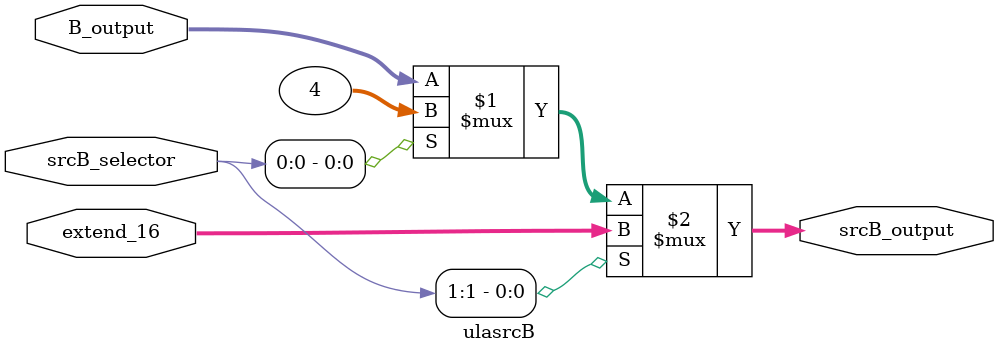
<source format=v>
module ulasrcB(
    input wire [1:0] srcB_selector,
    input wire [31:0] B_output,
    input wire [31:0] extend_16,
    output wire [31:0] srcB_output
);

    assign srcB_output = (srcB_selector[1]) ? extend_16 : srcB_selector[0] ? 32'd4 : B_output;

endmodule

</source>
